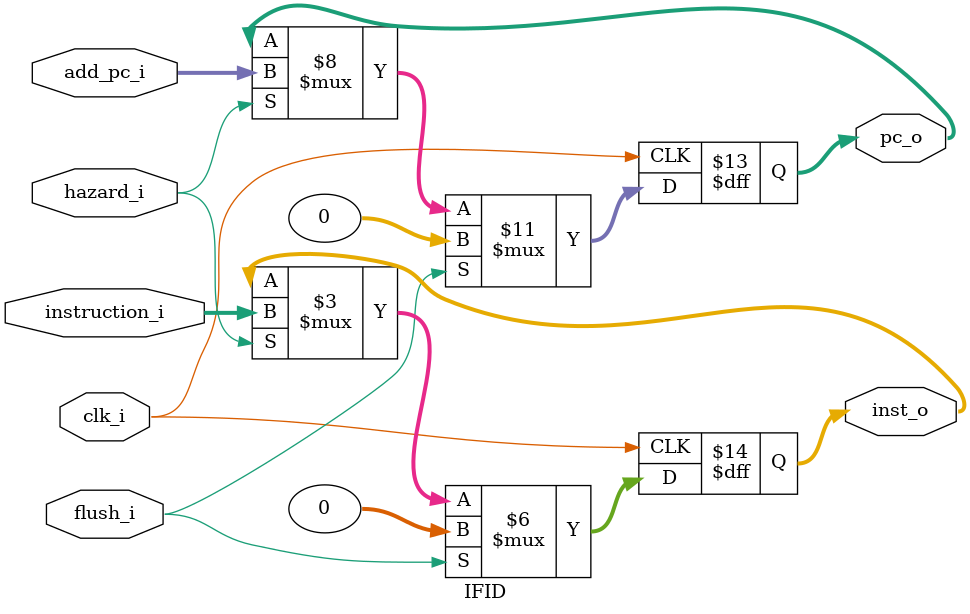
<source format=v>
module IFID
(
  clk_i,
	add_pc_i,
	instruction_i,
	flush_i,
	hazard_i,
	pc_o,
	inst_o
);

input clk_i;
input flush_i;
input hazard_i;
input [31:0] add_pc_i;
input [31:0] instruction_i;

output [31:0] pc_o;
output [31:0] inst_o;

reg [31:0] pc_o;
reg [31:0] inst_o;

initial begin #5
   pc_o = 0;
	 inst_o = 0;
end

//always@(posedge clk_i) begin
//			  pc_o <= add_pc_i;
//				inst_o <= instruction_i;
//end
always@(posedge clk_i) begin
    if( flush_i )
	    begin
		    pc_o <= 0;
		  	inst_o <= 0;
		  end
		else if( hazard_i )
		  begin
			  pc_o <= add_pc_i;
				inst_o <= instruction_i;
			end
end

endmodule

</source>
